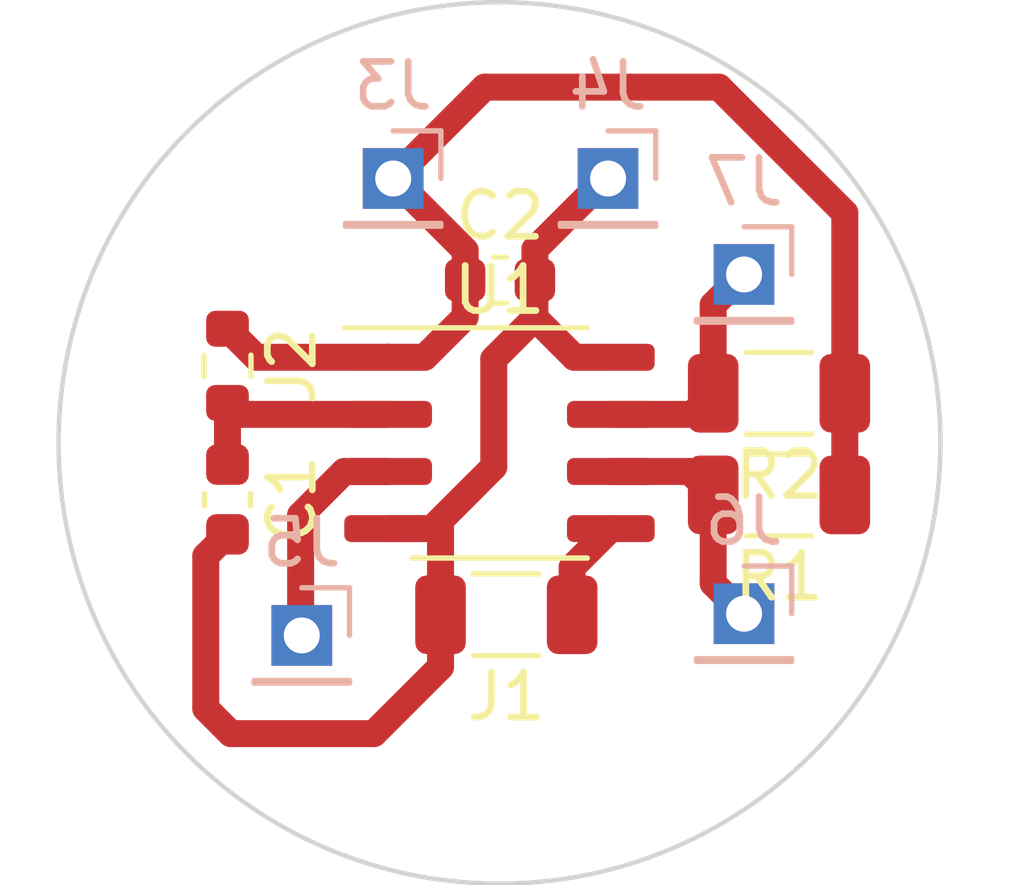
<source format=kicad_pcb>
(kicad_pcb (version 20221018) (generator pcbnew)
  (layers (0 "F.Cu" signal) (31 "B.Cu" signal) (34 "B.Paste" user) (35 "F.Paste" user) (36 "B.SilkS" user "B.Silkscreen") (37 "F.SilkS" user "F.Silkscreen") (38 "B.Mask" user) (39 "F.Mask" user) (44 "Edge.Cuts" user))
  (net 0 "")
  (net 1 "+3V3")
  (net 2 "GND")
  (net 3 "VCC")
  (net 4 "Net-(J1-Pin_1)")
  (net 5 "Net-(J7-Pin_1)")
  (net 6 "Net-(J5-Pin_1)")
  (net 7 "Net-(J6-Pin_1)")
  (footprint "Resistor_SMD:R_0603_1608Metric" (layer "F.Cu") (at 143.1544 114.173 -90)
    (fp_text reference "J2" (at 0 -1.43 90) (layer "F.SilkS"))
    (fp_text value "VDD3V3_VDD5V")
    (fp_line (start -0.237258 -0.5225) (end 0.237258 -0.5225) (stroke (width 0.12)) (layer "F.SilkS"))
    (fp_line (start -0.237258 0.5225) (end 0.237258 0.5225) (stroke (width 0.12)) (layer "F.SilkS"))
    (pad "1" smd roundrect (at -0.825 0 270) (size 0.8 0.95) (layers "F.Cu" "F.Paste" "F.Mask") (net 3 "VCC"))
    (pad "2" smd roundrect (at 0.825 0 270) (size 0.8 0.95) (layers "F.Cu" "F.Paste" "F.Mask") (net 1 "+3V3"))
  )
  (footprint "Package_SO:SOIC-8_3.9x4.9mm_P1.27mm" (layer "F.Cu") (at 149.19965 115.88725)
    (fp_text reference "U1" (at 0 -3.4) (layer "F.SilkS"))
    (fp_text value "AS5600_Magnetic_Encoder_IC")
    (fp_line (start 0 -2.56) (end -3.45 -2.56) (stroke (width 0.12)) (layer "F.SilkS"))
    (fp_line (start 0 -2.56) (end 1.95 -2.56) (stroke (width 0.12)) (layer "F.SilkS"))
    (fp_line (start 0 2.56) (end -1.95 2.56) (stroke (width 0.12)) (layer "F.SilkS"))
    (fp_line (start 0 2.56) (end 1.95 2.56) (stroke (width 0.12)) (layer "F.SilkS"))
    (pad "1" smd roundrect (at -2.475 -1.905) (size 1.95 0.6) (layers "F.Cu" "F.Paste" "F.Mask") (net 3 "VCC"))
    (pad "2" smd roundrect (at -2.475 -0.635) (size 1.95 0.6) (layers "F.Cu" "F.Paste" "F.Mask") (net 1 "+3V3"))
    (pad "3" smd roundrect (at -2.475 0.635) (size 1.95 0.6) (layers "F.Cu" "F.Paste" "F.Mask") (net 6 "Net-(J5-Pin_1)"))
    (pad "4" smd roundrect (at -2.475 1.905) (size 1.95 0.6) (layers "F.Cu" "F.Paste" "F.Mask") (net 2 "GND"))
    (pad "5" smd roundrect (at 2.475 1.905) (size 1.95 0.6) (layers "F.Cu" "F.Paste" "F.Mask") (net 4 "Net-(J1-Pin_1)"))
    (pad "6" smd roundrect (at 2.475 0.635) (size 1.95 0.6) (layers "F.Cu" "F.Paste" "F.Mask") (net 7 "Net-(J6-Pin_1)"))
    (pad "7" smd roundrect (at 2.475 -0.635) (size 1.95 0.6) (layers "F.Cu" "F.Paste" "F.Mask") (net 5 "Net-(J7-Pin_1)"))
    (pad "8" smd roundrect (at 2.475 -1.905) (size 1.95 0.6) (layers "F.Cu" "F.Paste" "F.Mask") (net 2 "GND"))
  )
  (footprint "Resistor_SMD:R_1206_3216Metric" (layer "F.Cu") (at 155.4119 114.7826 180)
    (fp_text reference "R2" (at 0 -1.82) (layer "F.SilkS"))
    (fp_text value "4.7kohm")
    (fp_line (start -0.727064 -0.91) (end 0.727064 -0.91) (stroke (width 0.12)) (layer "F.SilkS"))
    (fp_line (start -0.727064 0.91) (end 0.727064 0.91) (stroke (width 0.12)) (layer "F.SilkS"))
    (pad "1" smd roundrect (at -1.4625 0 180) (size 1.125 1.75) (layers "F.Cu" "F.Paste" "F.Mask") (roundrect_rratio 0.2222222222) (net 3 "VCC"))
    (pad "2" smd roundrect (at 1.4625 0 180) (size 1.125 1.75) (layers "F.Cu" "F.Paste" "F.Mask") (roundrect_rratio 0.2222222222) (net 5 "Net-(J7-Pin_1)"))
  )
  (footprint "Resistor_SMD:R_1206_3216Metric" (layer "F.Cu") (at 155.4119 117.0432 180)
    (fp_text reference "R1" (at 0 -1.82) (layer "F.SilkS"))
    (fp_text value "4.7kohm")
    (fp_line (start -0.727064 -0.91) (end 0.727064 -0.91) (stroke (width 0.12)) (layer "F.SilkS"))
    (fp_line (start -0.727064 0.91) (end 0.727064 0.91) (stroke (width 0.12)) (layer "F.SilkS"))
    (pad "1" smd roundrect (at -1.4625 0 180) (size 1.125 1.75) (layers "F.Cu" "F.Paste" "F.Mask") (roundrect_rratio 0.2222222222) (net 3 "VCC"))
    (pad "2" smd roundrect (at 1.4625 0 180) (size 1.125 1.75) (layers "F.Cu" "F.Paste" "F.Mask") (roundrect_rratio 0.2222222222) (net 7 "Net-(J6-Pin_1)"))
  )
  (footprint "Resistor_SMD:R_1206_3216Metric" (layer "F.Cu") (at 149.352 119.70845 180)
    (fp_text reference "J1" (at 0 -1.82) (layer "F.SilkS"))
    (fp_text value "PDO_TO_GND")
    (fp_line (start -0.727064 -0.91) (end 0.727064 -0.91) (stroke (width 0.12)) (layer "F.SilkS"))
    (fp_line (start -0.727064 0.91) (end 0.727064 0.91) (stroke (width 0.12)) (layer "F.SilkS"))
    (pad "1" smd roundrect (at -1.4625 0 180) (size 1.125 1.75) (layers "F.Cu" "F.Paste" "F.Mask") (roundrect_rratio 0.2222222222) (net 4 "Net-(J1-Pin_1)"))
    (pad "2" smd roundrect (at 1.4625 0 180) (size 1.125 1.75) (layers "F.Cu" "F.Paste" "F.Mask") (roundrect_rratio 0.2222222222) (net 2 "GND"))
  )
  (footprint "Capacitor_SMD:C_0603_1608Metric" (layer "F.Cu") (at 143.1544 117.1448 -90)
    (fp_text reference "C1" (at 0 -1.43 90) (layer "F.SilkS"))
    (fp_text value "1uF")
    (fp_line (start -0.14058 -0.51) (end 0.14058 -0.51) (stroke (width 0.12)) (layer "F.SilkS"))
    (fp_line (start -0.14058 0.51) (end 0.14058 0.51) (stroke (width 0.12)) (layer "F.SilkS"))
    (pad "1" smd roundrect (at -0.775 0 270) (size 0.9 0.95) (layers "F.Cu" "F.Paste" "F.Mask") (net 1 "+3V3"))
    (pad "2" smd roundrect (at 0.775 0 270) (size 0.9 0.95) (layers "F.Cu" "F.Paste" "F.Mask") (net 2 "GND"))
  )
  (footprint "Capacitor_SMD:C_0603_1608Metric" (layer "F.Cu") (at 149.21205 112.26625)
    (fp_text reference "C2" (at 0 -1.43) (layer "F.SilkS"))
    (fp_text value "100nF")
    (fp_line (start -0.14058 -0.51) (end 0.14058 -0.51) (stroke (width 0.12)) (layer "F.SilkS"))
    (fp_line (start -0.14058 0.51) (end 0.14058 0.51) (stroke (width 0.12)) (layer "F.SilkS"))
    (pad "1" smd roundrect (at -0.775 0) (size 0.9 0.95) (layers "F.Cu" "F.Paste" "F.Mask") (net 3 "VCC"))
    (pad "2" smd roundrect (at 0.775 0) (size 0.9 0.95) (layers "F.Cu" "F.Paste" "F.Mask") (net 2 "GND"))
  )
  (footprint "Connector_PinHeader_2.00mm:PinHeader_1x01_P2.00mm_Vertical" (layer "B.Cu") (at 146.8374 110.0074 180)
    (fp_text reference "J3" (at 0 2.06) (layer "B.SilkS") (effects (justify mirror)))
    (fp_text value "Conn_01x01_Pin")
    (fp_line (start -1.06 -1.06) (end 1.06 -1.06) (stroke (width 0.12)) (layer "B.SilkS"))
    (fp_line (start -1.06 -1) (end -1.06 -1.06) (stroke (width 0.12)) (layer "B.SilkS"))
    (fp_line (start -1.06 -1) (end 1.06 -1) (stroke (width 0.12)) (layer "B.SilkS"))
    (fp_line (start -1.06 0) (end -1.06 1.06) (stroke (width 0.12)) (layer "B.SilkS"))
    (fp_line (start -1.06 1.06) (end 0 1.06) (stroke (width 0.12)) (layer "B.SilkS"))
    (fp_line (start 1.06 -1) (end 1.06 -1.06) (stroke (width 0.12)) (layer "B.SilkS"))
    (pad "1" thru_hole rect (at 0 0 180) (size 1.35 1.35) (drill 0.8) (layers "*.Cu" "*.Mask") (net 3 "VCC"))
  )
  (footprint "Connector_PinHeader_2.00mm:PinHeader_1x01_P2.00mm_Vertical" (layer "B.Cu") (at 154.6352 119.6848 180)
    (fp_text reference "J6" (at 0 2.06) (layer "B.SilkS") (effects (justify mirror)))
    (fp_text value "Conn_01x01_Pin")
    (fp_line (start -1.06 -1.06) (end 1.06 -1.06) (stroke (width 0.12)) (layer "B.SilkS"))
    (fp_line (start -1.06 -1) (end -1.06 -1.06) (stroke (width 0.12)) (layer "B.SilkS"))
    (fp_line (start -1.06 -1) (end 1.06 -1) (stroke (width 0.12)) (layer "B.SilkS"))
    (fp_line (start -1.06 0) (end -1.06 1.06) (stroke (width 0.12)) (layer "B.SilkS"))
    (fp_line (start -1.06 1.06) (end 0 1.06) (stroke (width 0.12)) (layer "B.SilkS"))
    (fp_line (start 1.06 -1) (end 1.06 -1.06) (stroke (width 0.12)) (layer "B.SilkS"))
    (pad "1" thru_hole rect (at 0 0 180) (size 1.35 1.35) (drill 0.8) (layers "*.Cu" "*.Mask") (net 7 "Net-(J6-Pin_1)"))
  )
  (footprint "Connector_PinHeader_2.00mm:PinHeader_1x01_P2.00mm_Vertical" (layer "B.Cu") (at 151.6126 110.0074 180)
    (fp_text reference "J4" (at 0 2.06) (layer "B.SilkS") (effects (justify mirror)))
    (fp_text value "Conn_01x01_Pin")
    (fp_line (start -1.06 -1.06) (end 1.06 -1.06) (stroke (width 0.12)) (layer "B.SilkS"))
    (fp_line (start -1.06 -1) (end -1.06 -1.06) (stroke (width 0.12)) (layer "B.SilkS"))
    (fp_line (start -1.06 -1) (end 1.06 -1) (stroke (width 0.12)) (layer "B.SilkS"))
    (fp_line (start -1.06 0) (end -1.06 1.06) (stroke (width 0.12)) (layer "B.SilkS"))
    (fp_line (start -1.06 1.06) (end 0 1.06) (stroke (width 0.12)) (layer "B.SilkS"))
    (fp_line (start 1.06 -1) (end 1.06 -1.06) (stroke (width 0.12)) (layer "B.SilkS"))
    (pad "1" thru_hole rect (at 0 0 180) (size 1.35 1.35) (drill 0.8) (layers "*.Cu" "*.Mask") (net 2 "GND"))
  )
  (footprint "Connector_PinHeader_2.00mm:PinHeader_1x01_P2.00mm_Vertical" (layer "B.Cu") (at 154.6352 112.141 180)
    (fp_text reference "J7" (at 0 2.06) (layer "B.SilkS") (effects (justify mirror)))
    (fp_text value "Conn_01x01_Pin")
    (fp_line (start -1.06 -1.06) (end 1.06 -1.06) (stroke (width 0.12)) (layer "B.SilkS"))
    (fp_line (start -1.06 -1) (end -1.06 -1.06) (stroke (width 0.12)) (layer "B.SilkS"))
    (fp_line (start -1.06 -1) (end 1.06 -1) (stroke (width 0.12)) (layer "B.SilkS"))
    (fp_line (start -1.06 0) (end -1.06 1.06) (stroke (width 0.12)) (layer "B.SilkS"))
    (fp_line (start -1.06 1.06) (end 0 1.06) (stroke (width 0.12)) (layer "B.SilkS"))
    (fp_line (start 1.06 -1) (end 1.06 -1.06) (stroke (width 0.12)) (layer "B.SilkS"))
    (pad "1" thru_hole rect (at 0 0 180) (size 1.35 1.35) (drill 0.8) (layers "*.Cu" "*.Mask") (net 5 "Net-(J7-Pin_1)"))
  )
  (footprint "Connector_PinHeader_2.00mm:PinHeader_1x01_P2.00mm_Vertical" (layer "B.Cu") (at 144.8054 120.1674 180)
    (fp_text reference "J5" (at 0 2.06) (layer "B.SilkS") (effects (justify mirror)))
    (fp_text value "Conn_01x01_Pin")
    (fp_line (start -1.06 -1.06) (end 1.06 -1.06) (stroke (width 0.12)) (layer "B.SilkS"))
    (fp_line (start -1.06 -1) (end -1.06 -1.06) (stroke (width 0.12)) (layer "B.SilkS"))
    (fp_line (start -1.06 -1) (end 1.06 -1) (stroke (width 0.12)) (layer "B.SilkS"))
    (fp_line (start -1.06 0) (end -1.06 1.06) (stroke (width 0.12)) (layer "B.SilkS"))
    (fp_line (start -1.06 1.06) (end 0 1.06) (stroke (width 0.12)) (layer "B.SilkS"))
    (fp_line (start 1.06 -1) (end 1.06 -1.06) (stroke (width 0.12)) (layer "B.SilkS"))
    (pad "1" thru_hole rect (at 0 0 180) (size 1.35 1.35) (drill 0.8) (layers "*.Cu" "*.Mask") (net 6 "Net-(J5-Pin_1)"))
  )
  (gr_circle (center 149.19965 115.88725) (end 158.99965 115.88725) (stroke (width 0.1)) (fill none) (layer "Edge.Cuts"))
  (segment (start 146.72465 115.25225) (end 143.40865 115.25225) (width 0.6) (layer "F.Cu") (net 1))
  (segment (start 143.1544 116.3698) (end 143.1544 114.998) (width 0.6) (layer "F.Cu") (net 1))
  (segment (start 143.40865 115.25225) (end 143.1544 114.998) (width 0.6) (layer "F.Cu") (net 1))
  (segment (start 149.98705 111.58215) (end 151.5618 110.0074) (width 0.6) (layer "F.Cu") (net 2))
  (segment (start 149.98705 112.26625) (end 149.98705 111.58215) (width 0.6) (layer "F.Cu") (net 2))
  (segment (start 146.4056 122.3518) (end 143.2306 122.3518) (width 0.6) (layer "F.Cu") (net 2))
  (segment (start 147.8895 117.6024) (end 148.68445 116.80745) (width 0.6) (layer "F.Cu") (net 2))
  (segment (start 148.68445 116.80745) (end 149.0726 116.4193) (width 0.6) (layer "F.Cu") (net 2))
  (segment (start 147.69965 117.79225) (end 148.68445 116.80745) (width 0.6) (layer "F.Cu") (net 2))
  (segment (start 142.6718 118.4024) (end 143.1544 117.9198) (width 0.6) (layer "F.Cu") (net 2))
  (segment (start 151.67465 113.98225) (end 150.86305 113.98225) (width 0.6) (layer "F.Cu") (net 2))
  (segment (start 149.98705 113.10625) (end 149.98705 112.26625) (width 0.6) (layer "F.Cu") (net 2))
  (segment (start 150.86305 113.98225) (end 149.98705 113.10625) (width 0.6) (layer "F.Cu") (net 2))
  (segment (start 147.8895 119.70845) (end 147.8895 120.8679) (width 0.6) (layer "F.Cu") (net 2))
  (segment (start 149.0726 116.4193) (end 149.0726 114.0207) (width 0.6) (layer "F.Cu") (net 2))
  (segment (start 150.0396 112.3188) (end 149.98705 112.26625) (width 0.6) (layer "F.Cu") (net 2))
  (segment (start 147.8895 119.70845) (end 147.8895 117.6024) (width 0.6) (layer "F.Cu") (net 2))
  (segment (start 147.8895 120.8679) (end 146.4056 122.3518) (width 0.6) (layer "F.Cu") (net 2))
  (segment (start 151.5618 110.0074) (end 151.6126 110.0074) (width 0.6) (layer "F.Cu") (net 2))
  (segment (start 142.6718 121.793) (end 142.6718 118.4024) (width 0.6) (layer "F.Cu") (net 2))
  (segment (start 143.2306 122.3518) (end 142.6718 121.793) (width 0.6) (layer "F.Cu") (net 2))
  (segment (start 146.72465 117.79225) (end 147.69965 117.79225) (width 0.6) (layer "F.Cu") (net 2))
  (segment (start 149.0726 114.0207) (end 149.98705 113.10625) (width 0.6) (layer "F.Cu") (net 2))
  (segment (start 156.8744 110.7734) (end 154.0764 107.9754) (width 0.6) (layer "F.Cu") (net 3))
  (segment (start 156.8744 114.7826) (end 156.8744 110.7734) (width 0.6) (layer "F.Cu") (net 3))
  (segment (start 146.72465 113.98225) (end 143.78865 113.98225) (width 0.6) (layer "F.Cu") (net 3))
  (segment (start 146.72465 113.98225) (end 147.53615 113.98225) (width 0.6) (layer "F.Cu") (net 3))
  (segment (start 143.78865 113.98225) (end 143.1544 113.348) (width 0.6) (layer "F.Cu") (net 3))
  (segment (start 147.53615 113.98225) (end 148.43705 113.08135) (width 0.6) (layer "F.Cu") (net 3))
  (segment (start 148.43705 111.60705) (end 146.8374 110.0074) (width 0.6) (layer "F.Cu") (net 3))
  (segment (start 146.72465 113.98225) (end 146.72465 113.97865) (width 0.6) (layer "F.Cu") (net 3))
  (segment (start 148.43705 112.26625) (end 148.43705 111.60705) (width 0.6) (layer "F.Cu") (net 3))
  (segment (start 154.0764 107.9754) (end 148.8694 107.9754) (width 0.6) (layer "F.Cu") (net 3))
  (segment (start 148.43705 113.08135) (end 148.43705 112.26625) (width 0.6) (layer "F.Cu") (net 3))
  (segment (start 156.8744 114.7826) (end 156.8744 117.0432) (width 0.6) (layer "F.Cu") (net 3))
  (segment (start 148.8694 107.9754) (end 146.8374 110.0074) (width 0.6) (layer "F.Cu") (net 3))
  (segment (start 150.8145 118.6524) (end 151.67465 117.79225) (width 0.6) (layer "F.Cu") (net 4))
  (segment (start 150.8145 119.70845) (end 150.8145 118.6524) (width 0.6) (layer "F.Cu") (net 4))
  (segment (start 151.67465 115.25225) (end 153.47975 115.25225) (width 0.6) (layer "F.Cu") (net 5))
  (segment (start 153.47975 115.25225) (end 153.9494 114.7826) (width 0.6) (layer "F.Cu") (net 5))
  (segment (start 153.9494 114.7826) (end 153.9494 112.8161) (width 0.6) (layer "F.Cu") (net 5))
  (segment (start 153.9494 112.8161) (end 154.6245 112.141) (width 0.6) (layer "F.Cu") (net 5))
  (segment (start 144.78 117.4919) (end 144.78 120.1674) (width 0.6) (layer "F.Cu") (net 6))
  (segment (start 145.74965 116.52225) (end 144.78 117.4919) (width 0.6) (layer "F.Cu") (net 6))
  (segment (start 146.72465 116.52225) (end 145.74965 116.52225) (width 0.6) (layer "F.Cu") (net 6))
  (segment (start 151.67465 116.52225) (end 153.42845 116.52225) (width 0.6) (layer "F.Cu") (net 7))
  (segment (start 153.42845 116.52225) (end 153.9494 117.0432) (width 0.6) (layer "F.Cu") (net 7))
  (segment (start 153.9494 117.0432) (end 153.9494 119.0097) (width 0.6) (layer "F.Cu") (net 7))
  (segment (start 153.9494 119.0097) (end 154.6245 119.6848) (width 0.6) (layer "F.Cu") (net 7))
)
</source>
